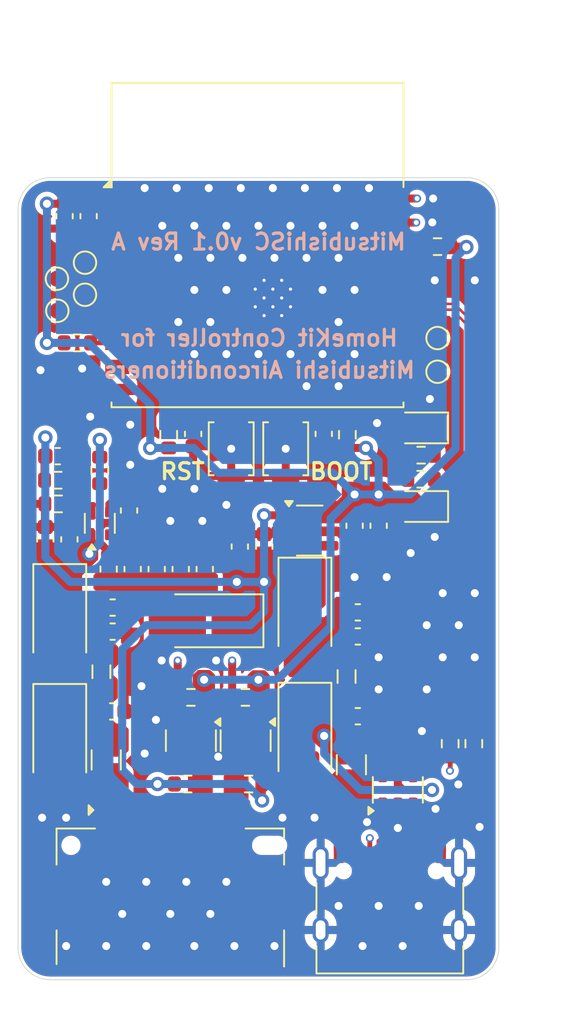
<source format=kicad_pcb>
(kicad_pcb (version 20241229) (generator "pcbnew") (generator_version "9.0")
  (title_block (title "${BOARD_NAME} v${BOARD_VERSION}") (date "${BUILD_TIMESTAMP}") (rev "${BOARD_REVISION}") (company "${BOARD_ENGINEER}") (comment 1 "${BUILD_COMMIT}"))
  (layers (0 "F.Cu" signal) (4 "In1.Cu" power) (6 "In2.Cu" signal) (8 "In3.Cu" power) (10 "In4.Cu" power) (2 "B.Cu" signal) (13 "F.Paste" user) (15 "B.Paste" user) (5 "F.SilkS" user "F.Silkscreen") (7 "B.SilkS" user "B.Silkscreen") (1 "F.Mask" user) (3 "B.Mask" user) (25 "Edge.Cuts" user))
  (property "BOARD_ENGINEER" "Loo Zheng Yuan")
  (property "BOARD_NAME" "MitsubishiSC")
  (property "BOARD_REVISION" "A")
  (property "BOARD_VERSION" "0.1")
  (property "BUILD_COMMIT" "")
  (property "BUILD_TIMESTAMP" "")
  (net 0 "")
  (net 1 "+12V")
  (net 2 "GND")
  (net 3 "/SMPS_BST")
  (net 4 "/SMPS_FB")
  (net 5 "+5V")
  (net 6 "+3.3V")
  (net 7 "/CN105_12V_FLT")
  (net 8 "/CN105_12V_D")
  (net 9 "/ESP32_BOOT")
  (net 10 "/ESP32_RESET")
  (net 11 "Net-(D3-K)")
  (net 12 "/ESP32_LED_STAT")
  (net 13 "Net-(D5-K)")
  (net 14 "/CN105_12V")
  (net 15 "/CN105_TX")
  (net 16 "/CN105_RX")
  (net 18 "/ESP32_UART1_RX")
  (net 19 "/ESP32_UART1_TX")
  (net 22 "/USB_CC1")
  (net 23 "/USB_CC2")
  (net 24 "/SMPS_EN")
  (net 25 "/ESP32_GPIO2")
  (net 26 "/ESP32_GPIO8")
  (net 27 "/ESP32_UART0_RX")
  (net 28 "/ESP32_UART0_TX")
  (net 29 "/ESP32_JTAG_TMS")
  (net 30 "/ESP32_JTAG_TDI")
  (net 31 "/ESP32_JTAG_TCK")
  (net 32 "/ESP32_JTAG_TDO")
  (net 33 "/ESP32_USB_D-")
  (net 34 "/ESP32_USB_D+")
  (net 35 "/USB_D-")
  (net 37 "/USB_D+")
  (net 39 "/SMPS_5V")
  (net 40 "/USB_5V_FLT")
  (net 41 "/SMPS_5V_D")
  (net 42 "/USB_5V_D")
  (net 43 "/USB_5V")
  (footprint "Diode_SMD:D_SMA" (layer "F.Cu") (at 156.8 107.225 180)
    (property "Reference" "D2" (hide yes))
    (property "Value" "SS14")
  )
  (footprint "Capacitor_SMD:C_0603_1608Metric" (layer "F.Cu") (at 150.9 106.4)
    (property "Reference" "C20" (hide yes))
    (property "Value" "10uF")
  )
  (footprint "Package_TO_SOT_SMD:SOT-23" (layer "F.Cu") (at 159.2 114.7 -90)
    (property "Reference" "Q2" (hide yes))
    (property "Value" "BSS138")
  )
  (footprint "Resistor_SMD:R_0603_1608Metric" (layer "F.Cu") (at 171.175 83.9 180)
    (property "Reference" "R7" (hide yes))
    (property "Value" "10kR")
  )
  (footprint "Resistor_SMD:R_0603_1608Metric" (layer "F.Cu") (at 155.785 112 180)
    (property "Reference" "R1" (hide yes))
    (property "Value" "10kR")
  )
  (footprint "TestPoint:TestPoint_Pad_D1.0mm" (layer "F.Cu") (at 147.45 87.9)
    (property "Reference" "TP6" (hide yes))
    (property "Value" "TestPoint")
  )
  (footprint "TestPoint:TestPoint_Pad_D1.0mm" (layer "F.Cu") (at 149.175 84.9)
    (property "Reference" "TP3" (hide yes))
    (property "Value" "TestPoint")
  )
  (footprint "Resistor_SMD:R_0603_1608Metric" (layer "F.Cu") (at 147.475 98.4625)
    (property "Reference" "R10" (hide yes))
    (property "Value" "220kR")
  )
  (footprint "Package_TO_SOT_SMD:SOT-23" (layer "F.Cu") (at 155.785 114.7 -90)
    (property "Reference" "Q1" (hide yes))
    (property "Value" "BSS138")
  )
  (footprint "Resistor_SMD:R_0603_1608Metric" (layer "F.Cu") (at 173.44 114.885 90)
    (property "Reference" "R14" (hide yes))
    (property "Value" "5.1kR")
  )
  (footprint "Capacitor_SMD:C_0603_1608Metric" (layer "F.Cu") (at 166.2 108.2)
    (property "Reference" "C14" (hide yes))
    (property "Value" "100nF")
  )
  (footprint "Inductor_SMD:L_0603_1608Metric" (layer "F.Cu") (at 150.65 104 -90)
    (property "Reference" "L1" (hide yes))
    (property "Value" "4.7uH")
  )
  (footprint "TestPoint:TestPoint_Pad_D1.0mm" (layer "F.Cu") (at 171.175 89.6 180)
    (property "Reference" "TP2" (hide yes))
    (property "Value" "TestPoint")
  )
  (footprint "Resistor_SMD:R_0603_1608Metric" (layer "F.Cu") (at 155.585 117.4)
    (property "Reference" "R2" (hide yes))
    (property "Value" "10kR")
  )
  (footprint "Capacitor_SMD:C_0603_1608Metric" (layer "F.Cu") (at 148.2 102.15 90)
    (property "Reference" "C3" (hide yes))
    (property "Value" "100nF")
  )
  (footprint "Capacitor_SMD:C_0603_1608Metric" (layer "F.Cu") (at 150.875 112.875)
    (property "Reference" "C13" (hide yes))
    (property "Value" "100nF")
  )
  (footprint "Resistor_SMD:R_0603_1608Metric" (layer "F.Cu") (at 148.7 89.9)
    (property "Reference" "R12" (hide yes))
    (property "Value" "10kR")
  )
  (footprint "_Custom:JST_PA_SM05B-PASS_1x05_P2.00mm_Horizontal" (layer "F.Cu") (at 154.5 124.725)
    (property "Reference" "J1" (hide yes))
    (property "Value" "CN105")
  )
  (footprint "Diode_SMD:D_SMA" (layer "F.Cu") (at 147.6 114.675 -90)
    (property "Reference" "D1" (hide yes))
    (property "Value" "SMAJ12A")
  )
  (footprint "Capacitor_SMD:C_0603_1608Metric" (layer "F.Cu") (at 149.4 82 -90)
    (property "Reference" "C12" (hide yes))
    (property "Value" "100nF")
  )
  (footprint "Capacitor_SMD:C_0603_1608Metric" (layer "F.Cu") (at 156.65 104 90)
    (property "Reference" "C22" (hide yes))
    (property "Value" "10uF")
  )
  (footprint "Resistor_SMD:R_0603_1608Metric" (layer "F.Cu") (at 165.55 95.625 90)
    (property "Reference" "R6" (hide yes))
    (property "Value" "10kR")
  )
  (footprint "Fuse:Fuse_1206_3216Metric" (layer "F.Cu") (at 150.5 115.9 90)
    (property "Reference" "F1" (hide yes))
    (property "Value" "300mA")
  )
  (footprint "TestPoint:TestPoint_Pad_D1.0mm" (layer "F.Cu") (at 149.175 86.9)
    (property "Reference" "TP5" (hide yes))
    (property "Value" "TestPoint")
  )
  (footprint "Package_TO_SOT_SMD:SOT-23-5" (layer "F.Cu") (at 163.2 101.6)
    (property "Reference" "U5" (hide yes))
    (property "Value" "TLV75733PDBV")
  )
  (footprint "Fiducial:Fiducial_1mm_Mask2mm" (layer "F.Cu") (at 173 111.5)
    (property "Reference" "FID2" (hide yes))
    (property "Value" "Fiducial")
  )
  (footprint "TestPoint:TestPoint_Pad_D1.0mm" (layer "F.Cu") (at 147.425 85.9)
    (property "Reference" "TP4" (hide yes))
    (property "Value" "TestPoint")
  )
  (footprint "Resistor_SMD:R_0603_1608Metric" (layer "F.Cu") (at 159.185 112 180)
    (property "Reference" "R4" (hide yes))
    (property "Value" "10kR")
  )
  (footprint "Capacitor_SMD:C_0603_1608Metric" (layer "F.Cu") (at 166.2 106.7)
    (property "Reference" "C21" (hide yes))
    (property "Value" "4.7uF")
  )
  (footprint "Capacitor_SMD:C_0603_1608Metric" (layer "F.Cu") (at 151.925 100.35 90)
    (property "Reference" "C2" (hide yes))
    (property "Value" "100nF")
  )
  (footprint "Resistor_SMD:R_0603_1608Metric" (layer "F.Cu") (at 159.385 117.4 180)
    (property "Reference" "R3" (hide yes))
    (property "Value" "10kR")
  )
  (footprint "Diode_SMD:D_SMA" (layer "F.Cu") (at 147.6 107.2 -90)
    (property "Reference" "D7" (hide yes))
    (property "Value" "SS14")
  )
  (footprint "Resistor_SMD:R_0603_1608Metric" (layer "F.Cu") (at 170.15 98.4 180)
    (property "Reference" "R9" (hide yes))
    (property "Value" "1kR")
  )
  (footprint "Inductor_SMD:L_0805_2012Metric" (layer "F.Cu") (at 165.5 110.7 90)
    (property "Reference" "FB1" (hide yes))
    (property "Value" "220R@100MHz")
  )
  (footprint "Capacitor_SMD:C_0603_1608Metric" (layer "F.Cu") (at 166.2 113.175)
    (property "Reference" "C4" (hide yes))
    (property "Value" "100nF")
  )
  (footprint "Capacitor_SMD:C_0603_1608Metric" (layer "F.Cu") (at 166 101.3 -90)
    (property "Reference" "C9" (hide yes))
    (property "Value" "100nF")
  )
  (footprint "Capacitor_SMD:C_0603_1608Metric" (layer "F.Cu") (at 155.15 104 90)
    (property "Reference" "C17" (hide yes))
    (property "Value" "10uF")
  )
  (footprint "Capacitor_SMD:C_0603_1608Metric" (layer "F.Cu") (at 153.65 104 90)
    (property "Reference" "C16" (hide yes))
    (property "Value" "10uF")
  )
  (footprint "TestPoint:TestPoint_Pad_D1.0mm" (layer "F.Cu") (at 171.175 91.7 180)
    (property "Reference" "TP1" (hide yes))
    (property "Value" "TestPoint")
  )
  (footprint "Capacitor_SMD:C_0603_1608Metric" (layer "F.Cu") (at 150.9 107.9)
    (property "Reference" "C15" (hide yes))
    (property "Value" "100nF")
  )
  (footprint "Resistor_SMD:R_0603_1608Metric" (layer "F.Cu") (at 170.15 96.9 180)
    (property "Reference" "R8" (hide yes))
    (property "Value" "10kR")
  )
  (footprint "Resistor_SMD:R_0603_1608Metric" (layer "F.Cu") (at 150.1 97.85 -90)
    (property "Reference" "R5" (hide yes))
    (property "Value" "100kR")
  )
  (footprint "Resistor_SMD:R_0603_1608Metric" (layer "F.Cu") (at 147.5 99.9375 180)
    (property "Reference" "R11" (hide yes))
    (property "Value" "30kR")
  )
  (footprint "Resistor_SMD:R_0603_1608Metric" (layer "F.Cu") (at 154.4 95.625 90)
    (property "Reference" "R13" (hide yes))
    (property "Value" "10kR")
  )
  (footprint "Capacitor_SMD:C_0603_1608Metric" (layer "F.Cu") (at 160.3625 102.6 90)
    (property "Reference" "C8" (hide yes))
    (property "Value" "100nF")
  )
  (footprint "Diode_SMD:D_SMA" (layer "F.Cu") (at 162.9 114.6 -90)
    (property "Reference" "D8" (hide yes))
    (property "Value" "SMAJ5.0A")
  )
  (footprint "Capacitor_SMD:C_0603_1608Metric" (layer "F.Cu") (at 152.15 104 90)
    (property "Reference" "C6" (hide yes))
    (property "Value" "100nF")
  )
  (footprint "Fiducial:Fiducial_1mm_Mask2mm" (layer "F.Cu") (at 172.85 81.7)
    (property "Reference" "FID3" (hide yes))
    (property "Value" "Fiducial")
  )
  (footprint "Connector_USB:USB_C_Receptacle_XKB_U262-16XN-4BVC11" (layer "F.Cu") (at 168.2 125.425)
    (property "Reference" "J2" (hide yes))
    (property "Value" "USB_C_Receptacle_USB2.0_16P")
  )
  (footprint "Capacitor_SMD:C_0603_1608Metric" (layer "F.Cu") (at 164.075 95.575 -90)
    (property "Reference" "C18" (hide yes))
    (property "Value" "100nF")
  )
  (footprint "Capacitor_SMD:C_0603_1608Metric" (layer "F.Cu") (at 147.475 96.9625)
    (property "Reference" "C5" (hide yes))
    (property "Value" "47pF")
  )
  (footprint "Capacitor_SMD:C_0603_1608Metric" (layer "F.Cu") (at 158.8375 102.6 90)
    (property "Reference" "C7" (hide yes))
    (property "Value" "4.7uF")
  )
  (footprint "Diode_SMD:D_SMA" (layer "F.Cu") (at 162.9 106.8 -90)
    (property "Reference" "D4" (hide yes))
    (property "Value" "SS14")
  )
  (footprint "Capacitor_SMD:C_0603_1608Metric" (layer "F.Cu") (at 146.7 102.15 90)
    (property "Reference" "C1" (hide yes))
    (property "Value" "10uF")
  )
  (footprint "Button_Switch_SMD:SW_SPST_B3U-1000P" (layer "F.Cu") (at 158.3 96.5 -90)
    (property "Reference" "SW4" (hide yes))
    (property "Value" "SPST")
  )
  (footprint "Package_TO_SOT_SMD:SOT-563" (layer "F.Cu") (at 150.1 101.15 90)
    (property "Reference" "U1" (hide yes))
    (property "Value" "TPS562203")
  )
  (footprint "Capacitor_SMD:C_0603_1608Metric" (layer "F.Cu") (at 167.5 101.3 -90)
    (property "Reference" "C10" (hide yes))
    (property "Value" "4.7uF")
  )
  (footprint "RF_Module:ESP32-C3-WROOM-02" (layer "F.Cu") (at 159.94 86.9)
    (property "Reference" "U3" (hide yes))
    (property "Value" "ESP32-C3-WROOM-02")
  )
  (footprint "Button_Switch_SMD:SW_SPST_B3U-1000P" (layer "F.Cu") (at 161.7 96.5 -90)
    (property "Reference" "SW3" (hide yes))
    (property "Value" "SPST")
  )
  (footprint "Capacitor_SMD:C_0603_1608Metric" (layer "F.Cu") (at 147.9 82 -90)
    (property "Reference" "C11" (hide yes))
    (property "Value" "4.7uF")
  )
  (footprint "Resistor_SMD:R_0603_1608Metric" (layer "F.Cu") (at 171.965 114.885 90)
    (property "Reference" "R15" (hide yes))
    (property "Value" "5.1kR")
  )
  (footprint "Capacitor_SMD:C_0603_1608Metric" (layer "F.Cu") (at 155.925 95.575 -90)
    (property "Reference" "C19" (hide yes))
    (property "Value" "100nF")
  )
  (footprint "Fiducial:Fiducial_1mm_Mask2mm" (layer "F.Cu") (at 147.7 93.5)
    (property "Reference" "FID1" (hide yes))
    (property "Value" "Fiducial")
  )
  (footprint "Inductor_SMD:L_0805_2012Metric" (layer "F.Cu") (at 150.2 110.4 90)
    (property "Reference" "FB2" (hide yes))
    (property "Value" "220R@100MHz")
  )
  (footprint "Fuse:Fuse_1206_3216Metric" (layer "F.Cu") (at 165.8 116.2 90)
    (property "Reference" "F2" (hide yes))
    (property "Value" "300mA")
  )
  (footprint "LED_SMD:LED_0805_2012Metric" (layer "F.Cu") (at 170.15 95.2 180)
    (property "Reference" "D5" (hide yes))
    (property "Value" "BLUE")
  )
  (footprint "LED_SMD:LED_0805_2012Metric" (layer "F.Cu") (at 170.15 100.1 180)
    (property "Reference" "D3" (hide yes))
    (property "Value" "RED")
  )
  (footprint "Package_TO_SOT_SMD:SOT-23-6" (layer "F.Cu") (at 168.7 117.7675 90)
    (property "Reference" "U4" (hide yes))
    (property "Value" "USBLC6-2SC6")
  )
  (gr_arc (start 175 127.6) (mid 174.414214 129.014214) (end 173 129.6) (stroke (width 0.05)) (layer "Edge.Cuts"))
  (gr_line (start 145 127.6) (end 145 81.6) (stroke (width 0.05)) (layer "Edge.Cuts"))
  (gr_arc (start 145 81.6) (mid 145.585786 80.185786) (end 147 79.6) (stroke (width 0.05)) (layer "Edge.Cuts"))
  (gr_line (start 147 79.6) (end 173 79.6) (stroke (width 0.05)) (layer "Edge.Cuts"))
  (gr_line (start 173 129.6) (end 147 129.6) (stroke (width 0.05)) (layer "Edge.Cuts"))
  (gr_line (start 175 81.6) (end 175 127.6) (stroke (width 0.05)) (layer "Edge.Cuts"))
  (gr_arc (start 173 79.6) (mid 174.414214 80.185786) (end 175 81.6) (stroke (width 0.05)) (layer "Edge.Cuts"))
  (gr_arc (start 147 129.6) (mid 145.585786 129.014214) (end 145 127.6) (stroke (width 0.05)) (layer "Edge.Cuts"))
  (gr_text "BOOT" (at 163.1 98.5 0) (layer "F.SilkS") (effects (font (size 1 1) (thickness 0.2) (bold yes)) (justify left bottom)))
  (gr_text "RST" (at 156.75 98.5 0) (layer "F.SilkS") (effects (font (size 1 1) (thickness 0.2) (bold yes)) (justify right bottom)))
  (gr_text "HomeKit Controller for" (at 160.05 89.6 0) (layer "B.SilkS") (effects (font (size 1 1) (thickness 0.2) (bold yes)) (justify mirror)))
  (gr_text "Mitsubishi Airconditioners" (at 160.05 91.6 0) (layer "B.SilkS") (effects (font (size 1 1) (thickness 0.2) (bold yes)) (justify mirror)))
  (gr_text "${BOARD_NAME} v${BOARD_VERSION} Rev ${BOARD_REVISION}" (at 160 83.6 0) (layer "B.SilkS") (effects (font (size 1 1) (thickness 0.2) (bold yes)) (justify mirror)))
  (segment (start 150.1 97.025) (end 150.1 95.95) (width 0.5) (layer "F.Cu") (net 1))
  (via (at 149.45 103.05) (size 0.9) (drill 0.5) (layers "F.Cu" "B.Cu") (net 1))
  (via (at 150.1 95.95) (size 0.9) (drill 0.5) (layers "F.Cu" "B.Cu") (net 1))
  (segment (start 150.1 102.4) (end 149.45 103.05) (width 0.5) (layer "B.Cu") (net 1))
  (segment (start 150.1 95.95) (end 150.1 102.4) (width 0.5) (layer "B.Cu") (net 1))
  (segment (start 168.7 118.905) (end 168.7 120.14) (width 0.5) (layer "F.Cu") (net 2))
  (segment (start 165.375 102.075) (end 164.9 101.6) (width 0.5) (layer "F.Cu") (net 2))
  (segment (start 164.9 101.6) (end 162.0625 101.6) (width 0.5) (layer "F.Cu") (net 2))
  (segment (start 166 102.075) (end 165.375 102.075) (width 0.5) (layer "F.Cu") (net 2))
  (via (at 154 99) (size 0.9) (drill 0.5) (layers "F.Cu" "B.Cu") (net 2))
  (via (at 152.9 115.5) (size 0.9) (drill 0.5) (layers "F.Cu" "B.Cu") (net 2))
  (via (at 154.9 80.25) (size 0.9) (drill 0.5) (layers "F.Cu" "B.Cu") (net 2))
  (via (at 155 88.6) (size 0.9) (drill 0.5) (layers "F.Cu" "B.Cu") (net 2))
  (via (at 165 125) (size 0.9) (drill 0.5) (layers "F.Cu" "B.Cu") (net 2))
  (via (at 161 127.5) (size 0.9) (drill 0.5) (layers "F.Cu" "B.Cu") (net 2))
  (via (at 167.5 125) (size 0.9) (drill 0.5) (layers "F.Cu" "B.Cu") (net 2))
  (via (at 167.4 94.9) (size 0.9) (drill 0.5) (layers "F.Cu" "B.Cu") (net 2))
  (via (at 162 90.6) (size 0.9) (drill 0.5) (layers "F.Cu" "B.Cu") (net 2))
  (via (at 161.5 119.5) (size 0.9) (drill 0.5) (layers "F.Cu" "B.Cu") (net 2))
  (via (at 149 91.5) (size 0.9) (drill 0.5) (layers "F.Cu" "B.Cu") (net 2))
  (via (at 173.5 109.5) (size 0.9) (drill 0.5) (layers "F.Cu" "B.Cu") (net 2))
  (via (at 153.96 109.7) (size 0.9) (drill 0.5) (layers "F.Cu" "B.Cu") (net 2))
  (via (at 150.5 127.5) (size 0.9) (drill 0.5) (layers "F.Cu" "B.Cu") (net 2))
  (via (at 153 127.5) (size 0.9) (drill 0.5) (layers "F.Cu" "B.Cu") (net 2))
  (via (at 166.9 80.25) (size 0.9) (drill 0.5) (layers "F.Cu" "B.Cu") (net 2))
  (via (at 160 82.6) (size 0.9) (drill 0.5) (layers "F.Cu" "B.Cu") (net 2))
  (via (at 170.9 80.9) (size 0.9) (drill 0.5) (layers "F.Cu" "B.Cu") (net 2))
  (via (at 170.5 111.5) (size 0.9) (drill 0.5) (layers "F.Cu" "B.Cu") (net 2))
  (via (at 166 90.6) (size 0.9) (drill 0.5) (layers "F.Cu" "B.Cu") (net 2))
  (via (at 157.36 109.7) (size 0.9) (drill 0.5) (layers "F.Cu" "B.Cu") (net 2))
  (via (at 166 82.6) (size 0.9) (drill 0.5) (layers "F.Cu" "B.Cu") (net 2))
  (via (at 146.4 91.6) (size 0.9) (drill 0.5) (layers "F.Cu" "B.Cu") (net 2))
  (via (at 162.9 80.25) (size 0.9) (drill 0.5) (layers "F.Cu" "B.Cu") (net 2))
  (via (at 166 86.6) (size 0.9) (drill 0.5) (layers "F.Cu" "B.Cu") (net 2))
  (via (at 152.7 111.3) (size 0.9) (drill 0.5) (layers "F.Cu" "B.Cu") (net 2))
  (via (at 158 90.6) (size 0.9) (drill 0.5) (layers "F.Cu" "B.Cu") (net 2))
  (via (at 166.5 127.5) (size 0.9) (drill 0.5) (layers "F.Cu" "B.Cu") (net 2))
  (via (at 162 82.6) (size 0.9) (drill 0.5) (layers "F.Cu" "B.Cu") (net 2))
  (via (at 169.5 103) (size 0.9) (drill 0.5) (layers "F.Cu" "B.Cu") (net 2))
  (via (at 156 90.6) (size 0.9) (drill 0.5) (layers "F.Cu" "B.Cu") (net 2))
  (via (at 156 127.5) (size 0.9) (drill 0.5) (layers "F.Cu" "B.Cu") (net 2))
  (via (at 158 82.6) (size 0.9) (drill 0.5) (layers "F.Cu" "B.Cu") (net 2))
  (via (at 156.9 80.25) (size 0.9) (drill 0.5) (layers "F.Cu" "B.Cu") (net 2))
  (via (at 173.5 86) (size 0.9) (drill 0.5) (layers "F.Cu" "B.Cu") (net 2))
  (via (at 165 84.6) (size 0.9) (drill 0.5) (layers "F.Cu" "B.Cu") (net 2))
  (via (at 157 88.6) (size 0.9) (drill 0.5) (layers "F.Cu" "B.Cu") (net 2))
  (via (at 157 84.6) (size 0.9) (drill 0.5) (layers "F.Cu" "B.Cu") (net 2))
  (via (at 171 102) (size 0.9) (drill 0.5) (layers "F.Cu" "B.Cu") (net 2))
  (via (at 155.5 123.5) (size 0.9) (drill 0.5) (layers "F.Cu" "B.Cu") (net 2))
  (via (at 153.6 113.4) (size 0.9) (drill 0.5) (layers "F.Cu" "B.Cu") (net 2))
  (via (at 156 86.6) (size 0.9) (drill 0.5) (layers "F.Cu" "B.Cu") (net 2))
  (via (at 158.9 80.25) (size 0.9) (drill 0.5) (layers "F.Cu" "B.Cu") (net 2))
  (via (at 164 86.6) (size 0.9) (drill 0.5) (layers "F.Cu" "B.Cu") (net 2))
  (via (at 165 88.6) (size 0.9) (drill 0.5) (layers "F.Cu" "B.Cu") (net 2))
  (via (at 160.9 80.25) (size 0.9) (drill 0.5) (layers "F.Cu" "B.Cu") (net 2))
  (via (at 167.5 111.5) (size 0.9) (drill 0.5) (layers "F.Cu" "B.Cu") (net 2))
  (via (at 171 86) (size 0.9) (drill 0.5) (layers "F.Cu" "B.Cu") (net 2))
  (via (at 158 100) (size 0.9) (drill 0.5) (layers "F.Cu" "B.Cu") (net 2))
  (via (at 148 119.5) (size 0.9) (drill 0.5) (layers "F.Cu" "B.Cu") (net 2))
  (via (at 166 104.5) (size 0.9) (drill 0.5) (layers "F.Cu" "B.Cu") (net 2))
  (via (at 157 125.5) (size 0.9) (drill 0.5) (layers "F.Cu" "B.Cu") (net 2))
  (via (at 154.5 101) (size 0.9) (drill 0.5) (layers "F.Cu" "B.Cu") (net 2))
  (via (at 155 84.6) (size 0.9) (drill 0.5) (layers "F.Cu" "B.Cu") (net 2))
  (via (at 161 84.6) (size 0.9) (drill 0.5) (layers "F.Cu" "B.Cu") (net 2))
  (via (at 164 82.6) (size 0.9) (drill 0.5) (layers "F.Cu" "B.Cu") (net 2))
  (via (at 164.9 80.25) (size 0.9) (drill 0.5) (layers "F.Cu" "B.Cu") (net 2))
  (via (at 154 82.6) (size 0.9) (drill 0.5) (layers "F.Cu" "B.Cu") (net 2))
  (via (at 156.5 101) (size 0.9) (drill 0.5) (layers "F.Cu" "B.Cu") (net 2))
  (via (at 163 84.6) (size 0.9) (drill 0.5) (layers "F.Cu" "B.Cu") (net 2))
  (via (at 167.5 109.5) (size 0.9) (drill 0.5) (layers "F.Cu" "B.Cu") (net 2))
  (via (at 164 90.6) (size 0.9) (drill 0.5) (layers "F.Cu" "B.Cu") (net 2))
  (via (at 170.2 114.1) (size 0.9) (drill 0.5) (layers "F.Cu" "B.Cu") (net 2))
  (via (at 156 82.6) (size 0.9) (drill 0.5) (layers "F.Cu" "B.Cu") (net 2))
  (via (at 151.5 125.5) (size 0.9) (drill 0.5) (layers "F.Cu" "B.Cu") (net 2))
  (via (at 170.5 107.5) (size 0.9) (drill 0.5) (layers "F.Cu" "B.Cu") (net 2))
  (via (at 161.7 96.5) (size 0.9) (drill 0.5) (layers "F.Cu" "B.Cu") (net 2))
  (via (at 171.05 118.95) (size 0.9) (drill 0.5) (layers "F.Cu" "B.Cu") (net 2))
  (via (at 165 92.6) (size 0.9) (drill 0.5) (layers "F.Cu" "B.Cu") (net 2))
  (via (at 166.775 119.775) (size 0.9) (drill 0.5) (layers "F.Cu" "B.Cu") (net 2))
  (via (at 158 86.6) (size 0.9) (drill 0.5) (layers "F.Cu" "B.Cu") (net 2))
  (via (at 148 127.5) (size 0.9) (drill 0.5) (layers "F.Cu" "B.Cu") (net 2))
  (via (at 154.5 125.5) (size 0.9) (drill 0.5) (layers "F.Cu" "B.Cu") (net 2))
  (via (at 150.5 123.5) (size 0.9) (drill 0.5) (layers "F.Cu" "B.Cu") (net 2))
  (via (at 149.5 94.5) (size 0.9) (drill 0.5) (layers "F.Cu" "B.Cu") (net 2))
  (via (at 168.7 120.14) (size 0.9) (drill 0.5) (layers "F.Cu" "B.Cu") (net 2))
  (via (at 152.9 80.25) (size 0.9) (drill 0.5) (layers "F.Cu" "B.Cu") (net 2))
  (via (at 170 125) (size 0.9) (drill 0.5) (layers "F.Cu" "B.Cu") (net 2))
  (via (at 158 123.5) (size 0.9) (drill 0.5) (layers "F.Cu" "B.Cu") (net 2))
  (via (at 171.5 105.5) (size 0.9) (drill 0.5) (layers "F.Cu" "B.Cu") (net 2))
  (via (at 158.3 96.5) (size 0.9) (drill 0.5) (layers "F.Cu" "B.Cu") (net 2))
  (via (at 153 123.5) (size 0.9) (drill 0.5) (layers "F.Cu" "B.Cu") (net 2))
  (via (at 173.5 105.5) (size 0.9) (drill 0.5) (layers "F.Cu" "B.Cu") (net 2))
  (via (at 146.5 119.5) (size 0.9) (drill 0.5) (layers "F.Cu" "B.Cu") (net 2))
  (via (at 156 99) (size 0.9) (drill 0.5) (layers "F.Cu" "B.Cu") (net 2))
  (via (at 158.5 127.5) (size 0.9) (drill 0.5) (layers "F.Cu" "B.Cu") (net 2))
  (via (at 172.5 107.5) (size 0.9) (drill 0.5) (layers "F.Cu" "B.Cu") (net 2))
  (via (at 157.49 115.7) (size 0.9) (drill 0.5) (layers "F.Cu" "B.Cu") (net 2))
  (via (at 160 90.6) (size 0.9) (drill 0.5) (layers "F.Cu" "B.Cu") (net 2))
  (via (at 152 97.5) (size 0.9) (drill 0.5) (layers "F.Cu" "B.Cu") (net 2))
  (via (at 169 127.5) (size 0.9) (drill 0.5) (layers "F.Cu" "B.Cu") (net 2))
  (via (at 170.7 93.4) (size 0.9) (drill 0.5) (layers "F.Cu" "B.Cu") (net 2))
  (via (at 172.475 117.425) (size 0.9) (drill 0.5) (layers "F.Cu" "B.Cu") (net 2))
  (via (at 170.85 82.39) (size 0.9) (drill 0.5) (layers "F.Cu" "B.Cu") (net 2))
  (via (at 159 84.6) (size 0.9) (drill 0.5) (layers "F.Cu" "B.Cu") (net 2))
  (via (at 152 95) (size 0.9) (drill 0.5) (layers "F.Cu" "B.Cu") (net 2))
  (via (at 163 92.6) (size 0.9) (drill 0.5) (layers "F.Cu" "B.Cu") (net 2))
  (via (at 163.5 119.5) (size 0.9) (drill 0.5) (layers "F.Cu" "B.Cu") (net 2))
  (via (at 171.5 109.5) (size 0.9) (drill 0.5) (layers "F.Cu" "B.Cu") (net 2))
  (via (at 173.8 120.075) (size 0.9) (drill 0.5) (layers "F.Cu" "B.Cu") (net 2))
  (via (at 168 104.5) (size 0.9) (drill 0.5) (layers "F.Cu" "B.Cu") (net 2))
  (segment (start 150.6 99.925) (end 150.95 99.575) (width 0.3) (layer "F.Cu") (net 3))
  (segment (start 150.6 100.4) (end 150.6 99.925) (width 0.3) (layer "F.Cu") (net 3))
  (segment (start 150.95 99.575) (end 151.925 99.575) (width 0.3) (layer "F.Cu") (net 3))
  (segment (start 160.21 117.4) (end 160.21 118.41) (width 0.5) (layer "F.Cu") (net 5))
  (segment (start 154.76 117.4) (end 153.7 117.4) (width 0.5) (layer "F.Cu") (net 5))
  (segment (start 146.65 98.4625) (end 146.65 97.0125) (width 0.5) (layer "F.Cu") (net 5))
  (segment (start 162.0625 100.65) (end 160.35 100.65) (width 0.5) (layer "F.Cu") (net 5))
  (segment (start 146.65 97.0125) (end 146.7 96.9625) (width 0.5) (layer "F.Cu") (net 5))
  (segment (start 146.7 95.8) (end 146.7 96.9625) (width 0.5) (layer "F.Cu") (net 5))
  (segment (start 160.21 118.41) (end 160.225 118.425) (width 0.5) (layer "F.Cu") (net 5))
  (via (at 153.7 117.4) (size 0.9) (drill 0.5) (layers "F.Cu" "B.Cu") (net 5))
  (via (at 160.35 104.8) (size 0.9) (drill 0.5) (layers "F.Cu" "B.Cu") (net 5))
  (via (at 158.65 104.8) (size 0.9) (drill 0.5) (layers "F.Cu" "B.Cu") (net 5))
  (via (at 160.35 100.65) (size 0.9) (drill 0.5) (layers "F.Cu" "B.Cu") (net 5))
  (via (at 160.225 118.425) (size 0.9) (drill 0.5) (layers "F.Cu" "B.Cu") (net 5))
  (via (at 146.7 95.8) (size 0.9) (drill 0.5) (layers "F.Cu" "B.Cu") (net 5))
  (segment (start 158.65 104.8) (end 160.35 104.8) (width 0.5) (layer "B.Cu") (net 5))
  (segment (start 159.2 117.4) (end 160.225 118.425) (width 0.5) (layer "B.Cu") (net 5))
  (segment (start 146.7 103.25) (end 148.25 104.8) (width 0.5) (layer "B.Cu") (net 5))
  (segment (start 153 107.5) (end 159.5 107.5) (width 0.5) (layer "B.Cu") (net 5))
  (segment (start 148.25 104.8) (end 158.65 104.8) (width 0.5) (layer "B.Cu") (net 5))
  (segment (start 151.5 109) (end 153 107.5) (width 0.5) (layer "B.Cu") (net 5))
  (segment (start 153.7 117.4) (end 159.2 117.4) (width 0.5) (layer "B.Cu") (net 5))
  (segment (start 153.7 117.4) (end 152.4 117.4) (width 0.5) (layer "B.Cu") (net 5))
  (segment (start 151.5 116.5) (end 151.5 109) (width 0.5) (layer "B.Cu") (net 5))
  (segment (start 160.35 100.65) (end 160.35 104.8) (width 0.5) (layer "B.Cu") (net 5))
  (segment (start 146.7 95.8) (end 146.7 103.25) (width 0.5) (layer "B.Cu") (net 5))
  (segment (start 160.35 106.65) (end 160.35 104.8) (width 0.5) (layer "B.Cu") (net 5))
  (segment (start 152.4 117.4) (end 151.5 116.5) (width 0.5) (layer "B.Cu") (net 5))
  (segment (start 159.5 107.5) (end 160.35 106.65) (width 0.5) (layer "B.Cu") (net 5))
  (segment (start 147.9 81.225) (end 149.4 81.225) (width 0.5) (layer "F.Cu") (net 6))
  (segment (start 150 81.225) (end 150.325 80.9) (width 0.5) (layer "F.Cu") (net 6))
  (segment (start 172 83.9) (end 172.95 83.9) (width 0.5) (layer "F.Cu") (net 6))
  (segment (start 154.4 96.45) (end 153.25 96.45) (width 0.5) (layer "F.Cu") (net 6))
  (segment (start 147.9 81.225) (end 146.8 81.225) (width 0.5) (layer "F.Cu") (net 6))
  (segment (start 150.325 80.9) (end 151.19 80.9) (width 0.5) (layer "F.Cu") (net 6))
  (segment (start 147.875 89.9) (end 146.8 89.9) (width 0.5) (layer "F.Cu") (net 6))
  (segment (start 149.4 81.225) (end 150 81.225) (width 0.5) (layer "F.Cu") (net 6))
  (segment (start 172.95 83.9) (end 172.975 83.925) (width 0.5) (layer "F.Cu") (net 6))
  (segment (start 165.55 96.45) (end 166.7 96.45) (width 0.5) (layer "F.Cu") (net 6))
  (via (at 153.25 96.45) (size 0.9) (drill 0.5) (layers "F.Cu" "B.Cu") (net 6))
  (via (at 172.975 83.925) (size 0.9) (drill 0.5) (layers "F.Cu" "B.Cu") (net 6))
  (via (at 146.8 89.9) (size 0.9) (drill 0.5) (layers "F.Cu" "B.Cu") (net 6))
  (via (at 160 110.9) (size 0.9) (drill 0.5) (layers "F.Cu" "B.Cu") (net 6))
  (via (at 166.7 96.45) (size 0.9) (drill 0.5) (layers "F.Cu" "B.Cu") (net 6))
  (via (at 146.8 81.225) (size 0.9) (drill 0.5) (layers "F.Cu" "B.Cu") (net 6))
  (via (at 156.61 110.9) (size 0.9) (drill 0.5) (layers "F.Cu" "B.Cu") (net 6))
  (via (at 167.5 99.35) (size 0.9) (drill 0.5) (layers "F.Cu" "B.Cu") (net 6))
  (via (at 166 99.35) (size 0.9) (drill 0.5) (layers "F.Cu" "B.Cu") (net 6))
  (segment (start 164.5 100.85) (end 166 99.35) (width 0.5) (layer "B.Cu") (net 6))
  (segment (start 149.4 89.9) (end 153.25 93.75) (width 0.5) (layer "B.Cu") (net 6))
  (segment (start 164.5 107.58) (end 164.5 100.85) (width 0.5) (layer "B.Cu") (net 6))
  (segment (start 172.3 84.6) (end 172.3 96.5) (width 0.5) (layer "B.Cu") (net 6))
  (segment (start 172.3 96.5) (end 169.45 99.35) (width 0.5) (layer "B.Cu") (net 6))
  (segment (start 153.25 93.75) (end 153.25 96.45) (width 0.5) (layer "B.Cu") (net 6))
  (segment (start 166 99.35) (end 167.5 99.35) (width 0.5) (layer "B.Cu") (net 6))
  (segment (start 146.8 89.9) (end 149.4 89.9) (width 0.5) (layer "B.Cu") (net 6))
  (segment (start 169.45 99.35) (end 167.5 99.35) (width 0.5) (layer "B.Cu") (net 6))
  (segment (start 172.975 83.925) (end 172.3 84.6) (width 0.5) (layer "B.Cu") (net 6))
  (segment (start 167.5 97.25) (end 167.5 99.35) (width 0.5) (layer "B.Cu") (net 6))
  (segment (start 146.8 81.225) (end 146.8 89.9) (width 0.5) (layer "B.Cu") (net 6))
  (segment (start 155.95 96.45) (end 157.5 98) (width 0.5) (layer "B.Cu") (net 6))
  (segment (start 160 110.9) (end 156.61 110.9) (width 0.5) (layer "B.Cu") (net 6))
  (segment (start 153.25 96.45) (end 155.95 96.45) (width 0.5) (layer "B.Cu") (net 6))
  (segment (start 161.18 110.9) (end 164.5 107.58) (width 0.5) (layer "B.Cu") (net 6))
  (segment (start 166.7 96.45) (end 167.5 97.25) (width 0.5) (layer "B.Cu") (net 6))
  (segment (start 157.5 98) (end 164.65 98) (width 0.5) (layer "B.Cu") (net 6))
  (segment (start 160 110.9) (end 161.18 110.9) (width 0.5) (layer "B.Cu") (net 6))
  (segment (start 164.65 98) (end 166 99.35) (width 0.5) (layer "B.Cu") (net 6))
  (segment (start 152.3875 82.4) (end 153.575 83.5875) (width 0.3) (layer "F.Cu") (net 9))
  (segment (start 153.575 90.275) (end 155.8 92.5) (width 0.3) (layer "F.Cu") (net 9))
  (segment (start 155.8 92.5) (end 160.8 92.5) (width 0.3) (layer "F.Cu") (net 9))
  (segment (start 153.575 83.5875) (end 153.575 90.275) (width 0.3) (layer "F.Cu") (net 9))
  (segment (start 161.7 94.8) (end 164.075 94.8) (width 0.3) (layer "F.Cu") (net 9))
  (segment (start 164.075 94.8) (end 165.55 94.8) (width 0.3) (layer "F.Cu") (net 9))
  (segment (start 161.7 93.4) (end 161.7 94.8) (width 0.3) (layer "F.Cu") (net 9))
  (segment (start 160.8 92.5) (end 161.7 93.4) (width 0.3) (layer "F.Cu") (net 9))
  (segment (start 151.19 82.4) (end 152.3875 82.4) (width 0.3) (layer "F.Cu") (net 9))
  (segment (start 152.675 91.4) (end 154.4 93.125) (width 0.3) (layer "F.Cu") (net 10))
  (segment (start 154.4 94.8) (end 155.925 94.8) (width 0.3) (layer "F.Cu") (net 10))
  (segment (start 158.3 94.8) (end 155.925 94.8) (width 0.3) (layer "F.Cu") (net 10))
  (segment (start 154.4 93.125) (end 154.4 94.8) (width 0.3) (layer "F.Cu") (net 10))
  (segment (start 151.19 91.4) (end 152.675 91.4) (width 0.3) (layer "F.Cu") (net 10))
  (segment (start 170.975 98.4) (end 170.975 99.9875) (width 0.3) (layer "F.Cu") (net 11))
  (segment (start 170.975 99.9875) (end 171.0875 100.1) (width 0.3) (layer "F.Cu") (net 11))
  (segment (start 168.69 92.9) (end 168.69 93.64) (width 0.3) (layer "F.Cu") (net 12))
  (segment (start 169.2125 94.1625) (end 169.2125 95.2) (width 0.3) (layer "F.Cu") (net 12))
  (segment (start 168.69 93.64) (end 169.2125 94.1625) (width 0.3) (layer "F.Cu") (net 12))
  (segment (start 170.975 95.3125) (end 171.0875 95.2) (width 0.3) (layer "F.Cu") (net 13))
  (segment (start 170.975 96.9) (end 170.975 95.3125) (width 0.3) (layer "F.Cu") (net 13))
  (segment (start 154.96 109.7) (end 154.96 112) (width 0.5) (layer "F.Cu") (net 18))
  (segment (start 154.96 112.69) (end 154.96 112) (width 0.5) (layer "F.Cu") (net 18))
  (segment (start 154.835 112.815) (end 154.96 112.69) (width 0.5) (layer "F.Cu") (net 18))
  (segment (start 154.835 113.7625) (end 154.835 112.815) (width 0.5) (layer "F.Cu") (net 18))
  (segment (start 168.69 80.9) (end 169.9 80.9) (width 0.5) (layer "F.Cu") (net 18))
  (via (at 154.96 109.7) (size 0.5) (drill 0.3) (layers "F.Cu" "B.Cu") (net 18))
  (via (at 169.9 80.9) (size 0.5) (drill 0.3) (layers "F.Cu" "B.Cu") (net 18))
  (segment (start 168.69 82.4) (end 169.85 82.4) (width 0.5) (layer "F.Cu") (net 19))
  (segment (start 158.36 112.715) (end 158.36 112) (width 0.5) (layer "F.Cu") (net 19))
  (segment (start 158.25 113.7625) (end 158.25 112.825) (width 0.5) (layer "F.Cu") (net 19))
  (segment (start 158.36 109.7) (end 158.36 112) (width 0.5) (layer "F.Cu") (net 19))
  (segment (start 158.25 112.825) (end 158.36 112.715) (width 0.5) (layer "F.Cu") (net 19))
  (via (at 158.36 109.7) (size 0.5) (drill 0.3) (layers "F.Cu" "B.Cu") (net 19))
  (via (at 169.85 82.4) (size 0.5) (drill 0.3) (layers "F.Cu" "B.Cu") (net 19))
  (segment (start 171.965 115.71) (end 171.965 116.56) (width 0.3) (layer "F.Cu") (net 22))
  (segment (start 166.95 120.775) (end 166.95 121.755) (width 0.3) (layer "F.Cu") (net 22))
  (segment (start 171.965 116.56) (end 171.95 116.575) (width 0.3) (layer "F.Cu") (net 22))
  (via (at 166.95 120.775) (size 0.5) (drill 0.3) (layers "F.Cu" "B.Cu") (net 22))
  (via (at 171.95 116.575) (size 0.5) (drill 0.3) (layers "F.Cu" "B.Cu") (net 22))
  (segment (start 169.95 120.9) (end 170.9 119.95) (width 0.3) (layer "F.Cu") (net 23))
  (segment (start 170.9 119.95) (end 171.9 119.95) (width 0.3) (layer "F.Cu") (net 23))
  (segment (start 173.44 118.41) (end 173.44 115.71) (width 0.3) (layer "F.Cu") (net 23))
  (segment (start 169.95 121.755) (end 169.95 120.9) (width 0.3) (layer "F.Cu") (net 23))
  (segment (start 171.9 119.95) (end 173.44 118.41) (width 0.3) (layer "F.Cu") (net 23))
  (segment (start 150.1 100.4) (end 150.1 98.675) (width 0.3) (layer "F.Cu") (net 24))
  (segment (start 168.69 83.9) (end 170.35 83.9) (width 0.3) (layer "F.Cu") (net 25))
  (segment (start 149.525 89.9) (end 151.19 89.9) (width 0.3) (layer "F.Cu") (net 26))
  (segment (start 168.69 91.4) (end 170.875 91.4) (width 0.5) (layer "F.Cu") (net 27))
  (segment (start 170.875 91.4) (end 171.175 91.7) (width 0.5) (layer "F.Cu") (net 27))
  (segment (start 170.875 89.9) (end 171.175 89.6) (width 0.5) (layer "F.Cu") (net 28))
  (segment (start 168.69 89.9) (end 170.875 89.9) (width 0.5) (layer "F.Cu") (net 28))
  (segment (start 150.175 83.9) (end 149.175 84.9) (width 0.3) (layer "F.Cu") (net 29))
  (segment (start 151.19 83.9) (end 150.175 83.9) (width 0.3) (layer "F.Cu") (net 29))
  (segment (start 151.19 85.4) (end 150.225 85.4) (width 0.3) (layer "F.Cu") (net 30))
  (segment (start 150.225 85.4) (end 149.725 85.9) (width 0.3) (layer "F.Cu") (net 30))
  (segment (start 149.725 85.9) (end 147.425 85.9) (width 0.3) (layer "F.Cu") (net 30))
  (segment (start 151.19 86.9) (end 149.175 86.9) (width 0.3) (layer "F.Cu") (net 31))
  (segment (start 151.19 88.4) (end 147.95 88.4) (width 0.3) (layer "F.Cu") (net 32))
  (segment (start 147.95 88.4) (end 147.45 87.9) (width 0.3) (layer "F.Cu") (net 32))
  (segment (start 167.75 115.636249) (end 168.5193 114.866949) (width 0.1582) (layer "F.Cu") (net 33))
  (segment (start 168.5193 114.866949) (end 168.5193 106.17515) (width 0.1582) (layer "F.Cu") (net 33))
  (segment (start 167.75 116.63) (end 167.75 115.636249) (width 0.1582) (layer "F.Cu") (net 33))
  (segment (start 169.815001 88.4) (end 168.69 88.4) (width 0.1582) (layer "F.Cu") (net 33))
  (segment (start 173.1943 101.50015) (end 173.1943 88.94985) (width 0.1582) (layer "F.Cu") (net 33))
  (segment (start 170.384301 87.8307) (end 169.815001 88.4) (width 0.1582) (layer "F.Cu") (net 33))
  (segment (start 172.07515 87.8307) (end 170.384301 87.8307) (width 0.1582) (layer "F.Cu") (net 33))
  (segment (start 173.1943 88.94985) (end 172.07515 87.8307) (width 0.1582) (layer "F.Cu") (net 33))
  (segment (start 168.5193 106.17515) (end 173.1943 101.50015) (width 0.1582) (layer "F.Cu") (net 33))
  (segment (start 169.65 115.636249) (end 168.8807 114.866949) (width 0.1582) (layer "F.Cu") (net 34))
  (segment (start 169.815001 86.9) (end 168.69 86.9) (width 0.1582) (layer "F.Cu") (net 34))
  (segment (start 169.65 116.63) (end 169.65 115.636249) (width 0.1582) (layer "F.Cu") (net 34))
  (segment (start 172.22485 87.4693) (end 170.384301 87.4693) (width 0.1582) (layer "F.Cu") (net 34))
  (segment (start 173.5557 88.80015) (end 172.22485 87.4693) (width 0.1582) (layer "F.Cu") (net 34))
  (segment (start 173.5557 101.64985) (end 173.5557 88.80015) (width 0.1582) (layer "F.Cu") (net 34))
  (segment (start 168.8807 106.32485) (end 173.5557 101.64985) (width 0.1582) (layer "F.Cu") (net 34))
  (segment (start 170.384301 87.4693) (end 169.815001 86.9) (width 0.1582) (layer "F.Cu") (net 34))
  (segment (start 168.8807 114.866949) (end 168.8807 106.32485) (width 0.1582) (layer "F.Cu") (net 34))
  (segment (start 167.45 120.94) (end 167.65 120.74) (width 0.1582) (layer "F.Cu") (net 35))
  (segment (start 168.45 120.94) (end 168.45 121.755) (width 0.1582) (layer "F.Cu") (net 35))
  (segment (start 168.45 120.779682) (end 167.75 120.079682) (width 0.1582) (layer "F.Cu") (net 35))
  (segment (start 168.45 121.755) (end 168.45 120.779682) (width 0.1582) (layer "F.Cu") (net 35))
  (segment (start 167.75 120.079682) (end 167.75 118.905) (width 0.1582) (layer "F.Cu") (net 35))
  (segment (start 167.45 121.755) (end 167.45 120.94) (width 0.1582) (layer "F.Cu") (net 35))
  (segment (start 167.65 120.74) (end 168.25 120.74) (width 0.1582) (layer "F.Cu") (net 35))
  (segment (start 168.25 120.74) (end 168.45 120.94) (width 0.1582) (layer "F.Cu") (net 35))
  (segment (start 167.95 122.59) (end 168.1 122.74) (width 0.1582) (layer "F.Cu") (net 37))
  (segment (start 169.65 120.079682) (end 169.65 118.905) (width 0.1582) (layer "F.Cu") (net 37))
  (segment (start 168.95 121.755) (end 168.95 120.779682) (width 0.1582) (layer "F.Cu") (net 37))
  (segment (start 168.95 122.59) (end 168.95 121.755) (width 0.1582) (layer "F.Cu") (net 37))
  (segment (start 168.1 122.74) (end 168.8 122.74) (width 0.1582) (layer "F.Cu") (net 37))
  (segment (start 168.95 120.779682) (end 169.65 120.079682) (width 0.1582) (layer "F.Cu") (net 37))
  (segment (start 168.8 122.74) (end 168.95 122.59) (width 0.1582) (layer "F.Cu") (net 37))
  (segment (start 167.95 121.755) (end 167.95 122.59) (width 0.1582) (layer "F.Cu") (net 37))
  (segment (start 150.1 101.9) (end 150.1 102.3) (width 0.3) (layer "F.Cu") (net 39))
  (segment (start 150.65 102.917538) (end 150.166231 102.433769) (width 0.5) (layer "F.Cu") (net 39))
  (segment (start 150.375 101.125) (end 150.1 101.4) (width 0.5) (layer "F.Cu") (net 39))
  (segment (start 150.65 103.2125) (end 150.65 102.917538) (width 0.5) (layer "F.Cu") (net 39))
  (segment (start 150.1 102.3) (end 150.2 102.4) (width 0.3) (layer "F.Cu") (net 39))
  (segment (start 150.1 101.9) (end 150.1 101.4) (width 0.3) (layer "F.Cu") (net 39))
  (segment (start 151.925 101.125) (end 150.375 101.125) (width 0.5) (layer "F.Cu") (net 39))
  (segment (start 169.01 117.77) (end 170.83 117.77) (width 0.5) (layer "F.Cu") (net 40))
  (segment (start 168.7 117.46) (end 168.97 117.73) (width 0.5) (layer "F.Cu") (net 40))
  (segment (start 168.7 116.63) (end 168.7 117.46) (width 0.5) (layer "F.Cu") (net 40))
  (segment (start 168.97 117.73) (end 169.01 117.77) (width 0.5) (layer "F.Cu") (net 40))
  (via (at 170.83 117.77) (size 0.9) (drill 0.5) (layers "F.Cu" "B.Cu") (net 40))
  (via (at 164.1 114.4) (size 0.9) (drill 0.5) (layers "F.Cu" "B.Cu") (net 40))
  (segment (start 166.36 117.77) (end 170.83 117.77) (width 0.5) (layer "B.Cu") (net 40))
  (segment (start 164.1 115.51) (end 166.36 117.77) (width 0.5) (layer "B.Cu") (net 40))
  (segment (start 164.1 114.4) (end 164.1 115.51) (width 0.5) (layer "B.Cu") (net 40))
  (zone (net 42) (net_name "/USB_5V_D") (layer "F.Cu") (priority 6) (connect_pads yes (clearance 0.3)) (min_thickness 0.15) (fill yes (thermal_gap 0.5) (thermal_bridge_width 0.5))
    (polygon (pts (xy 161.575 107.35) (xy 161.95 107) (xy 164.1 107) (xy 164.55 106.6) (xy 164.55 106.05) (xy 164.85 105.725) (xy 165.9 105.725) (xy 166.2 106.05) (xy 166.2 108.825) (xy 166.575 109.2) (xy 166.575 110.055) (xy 166.13 110.5) (xy 164.814288 110.5) (xy 164.557144 110.74) (xy 161.978329 110.74) (xy 161.575 110.361877)))
  )
  (zone (net 5) (net_name "+5V") (layer "F.Cu") (priority 3) (connect_pads yes (clearance 0.3)) (min_thickness 0.15) (fill yes (thermal_gap 0.5) (thermal_bridge_width 0.5))
    (polygon (pts (xy 163 102.1) (xy 161.25 102.1) (xy 160.8 102.6) (xy 157.95 102.6) (xy 157.75 102.775) (xy 157.75 105.753949) (xy 157.075 106.393422) (xy 157.075 108.575) (xy 157.375 108.925) (xy 160.65 108.925) (xy 161.1 108.45) (xy 161.1 107.1) (xy 161.65 106.55) (xy 163.85 106.55) (xy 164.2 106.25) (xy 164.2 103.4) (xy 163.9 103.1) (xy 163.4 103.1) (xy 163.175 102.9) (xy 163.175 102.3)))
  )
  (zone (net 7) (net_name "/CN105_12V_FLT") (layer "F.Cu") (priority 4) (connect_pads yes (clearance 0.3)) (min_thickness 0.15) (fill yes (thermal_gap 0.5) (thermal_bridge_width 0.5))
    (polygon (pts (xy 146.675 111.05) (xy 148.95 111.05) (xy 149.4 110.6) (xy 150.925 110.6) (xy 151.225 110.875) (xy 151.225 112.05) (xy 150.875 112.35) (xy 150.875 113.4) (xy 151.125 113.625) (xy 151.525 113.625) (xy 151.9 113.96591) (xy 151.9 115.325) (xy 151.525 115.7) (xy 149.43 115.7) (xy 149.15 115.35) (xy 149.15 114.995454) (xy 148.857693 114.65) (xy 146.55 114.65) (xy 146.275 114.325) (xy 146.275 111.5)))
  )
  (zone (net 16) (net_name "/CN105_RX") (layer "F.Cu") (priority 11) (connect_pads yes (clearance 0.15)) (min_thickness 0.15) (fill yes (thermal_gap 0.5) (thermal_bridge_width 0.5))
    (polygon (pts (xy 159.53 114.7) (xy 158.87 114.7) (xy 158.68 114.89) (xy 158.68 116.39) (xy 158.42 116.65) (xy 158.07 116.65) (xy 157.83 116.89) (xy 157.83 118.32) (xy 157.57 118.58) (xy 157.57 121.34) (xy 157.96 121.73) (xy 158.99 121.73) (xy 159.38 121.34) (xy 159.38 116.89) (xy 159.73 116.54) (xy 159.73 114.9)))
  )
  (zone (net 43) (net_name "/USB_5V") (layer "F.Cu") (priority 8) (connect_pads yes (clearance 0.1)) (min_thickness 0.25) (fill yes (thermal_gap 0.5) (thermal_bridge_width 0.5))
    (polygon (pts (xy 170.3 120.99) (xy 170.9 120.99) (xy 171 121.09) (xy 171 122.19) (xy 170.6 122.59) (xy 170.6 123.99) (xy 170.4 124.19) (xy 166 124.19) (xy 165.8 123.99) (xy 165.8 122.59) (xy 165.4 122.19) (xy 165.4 120.29) (xy 164.5 119.39) (xy 164.5 116.89) (xy 164.9 116.49) (xy 166.7 116.49) (xy 167.1 116.89) (xy 167.1 118.49) (xy 166.2 119.39) (xy 166.2 122.59) (xy 166.7 123.09) (xy 169.7 123.09) (xy 170.2 122.59) (xy 170.2 121.09)))
  )
  (zone (net 14) (net_name "/CN105_12V") (layer "F.Cu") (priority 9) (connect_pads yes (clearance 0.15)) (min_thickness 0.25) (fill yes (thermal_gap 0.5) (thermal_bridge_width 0.5))
    (polygon (pts (xy 149.6 116.1) (xy 151.4 116.1) (xy 151.9 116.6) (xy 151.9 118.1) (xy 151.5 118.5) (xy 151.5 121.5) (xy 151 122) (xy 150 122) (xy 149.5 121.5) (xy 149.5 118.5) (xy 149.1 118.1) (xy 149.1 116.6)))
  )
  (zone (net 6) (net_name "+3.3V") (layer "F.Cu") (priority 5) (connect_pads yes (clearance 0.15)) (min_thickness 0.25) (fill yes (thermal_gap 0.5) (thermal_bridge_width 0.5))
    (polygon (pts (xy 163.2 100.85) (xy 163.5 101.15) (xy 169.8 101.15) (xy 170.15 100.8) (xy 170.15 99.45) (xy 169.8 99.1) (xy 168.45 99.1) (xy 168.2 98.85) (xy 167.9 98.55) (xy 165.45 98.55) (xy 165.2 98.8) (xy 165.2 99.45) (xy 164.9 99.75) (xy 163.5 99.75) (xy 163.2 100.05)))
  )
  (zone (net 8) (net_name "/CN105_12V_D") (layer "F.Cu") (priority 10) (connect_pads yes (clearance 0.15)) (min_thickness 0.25) (fill yes (thermal_gap 0.5) (thermal_bridge_width 0.5))
    (polygon (pts (xy 150.7 105.65) (xy 150.9 105.85) (xy 150.9 108.5) (xy 151.25 108.85) (xy 151.25 109.95) (xy 150.95 110.25) (xy 149.25 110.25) (xy 148.75 110.75) (xy 146.65 110.75) (xy 146.25 110.35) (xy 146.25 107.85) (xy 146.65 107.45) (xy 148.85 107.45) (xy 149.35 106.95) (xy 149.35 105.85) (xy 149.55 105.65)))
  )
  (zone (net 40) (net_name "/USB_5V_FLT") (layer "F.Cu") (priority 4) (connect_pads yes (clearance 0.3)) (min_thickness 0.15) (fill yes (thermal_gap 0.5) (thermal_bridge_width 0.5))
    (polygon (pts (xy 161.975 111.05) (xy 164.576442 111.05) (xy 164.833585 110.81) (xy 166.241666 110.81) (xy 166.525 111.119091) (xy 166.525 112.25) (xy 166.175 112.55) (xy 166.175 113.6) (xy 166.425 113.875) (xy 166.825 113.875) (xy 167.1 114.175) (xy 167.1 115.925) (xy 166.825 116.2) (xy 164.434 116.2) (xy 164.12 115.8075) (xy 164.12 115.368789) (xy 163.408976 114.77) (xy 162.060454 114.77) (xy 161.575 114.325) (xy 161.575 111.475)))
  )
  (zone (net 4) (net_name "/SMPS_FB") (layer "F.Cu") (priority 1) (connect_pads yes (clearance 0)) (min_thickness 0.25) (fill yes (thermal_gap 0.5) (thermal_bridge_width 0.5))
    (polygon (pts (xy 147.85 96.275) (xy 148.925 96.275) (xy 149.125 96.475) (xy 149.125 99.625) (xy 149.325 99.825) (xy 149.825 99.825) (xy 149.925 99.925) (xy 149.925 100.825) (xy 149.8 100.925) (xy 149.1 100.925) (xy 148.85 100.65) (xy 147.825 100.65) (xy 147.65 100.475) (xy 147.65 96.5)))
  )
  (zone (net 6) (net_name "+3.3V") (layer "F.Cu") (priority 12) (connect_pads yes (clearance 0.15)) (min_thickness 0.15) (fill yes (thermal_gap 0.5) (thermal_bridge_width 0.5))
    (polygon (pts (xy 159.61 110.31) (xy 160.41 110.31) (xy 160.7 110.6) (xy 160.7 112.73) (xy 160.8 112.83) (xy 160.8 114.51) (xy 160.54 114.77) (xy 159.8 114.77) (xy 159.55 114.52) (xy 159.55 112.76) (xy 159.31 112.52) (xy 159.31 110.61)))
  )
  (zone (net 41) (net_name "/SMPS_5V_D") (layer "F.Cu") (priority 7) (connect_pads yes (clearance 0.3)) (min_thickness 0.15) (fill yes (thermal_gap 0.5) (thermal_bridge_width 0.5))
    (polygon (pts (xy 152.5 104.1) (xy 152.675 104) (xy 157.1 104) (xy 157.475 104.375) (xy 157.475 105.55) (xy 156.725 106.225) (xy 156.725 108.425) (xy 156.225 108.925) (xy 153.625 108.925) (xy 153.15 108.477942) (xy 153.15 106.083333) (xy 152.675 105.45) (xy 149.941858 105.45) (xy 149.7 105.220594) (xy 149.7 104.39166) (xy 149.979985 104.1)))
  )
  (zone (net 1) (net_name "+12V") (layer "F.Cu") (priority 2) (connect_pads yes (clearance 0.1)) (min_thickness 0.15) (fill yes (thermal_gap 0.5) (thermal_bridge_width 0.5))
    (polygon (pts (xy 149.75 101.45) (xy 149.27 101.45) (xy 149.15 101.583334) (xy 149.15 101.97) (xy 148.95 102.15) (xy 146.25 102.15) (xy 146 102.4) (xy 146 106.4) (xy 146.65 107.05) (xy 148.65 107.05) (xy 149 106.7) (xy 149 104.4) (xy 150 103.4) (xy 150 102.7) (xy 149.85 102.5) (xy 149.85 101.6)))
  )
  (zone (net 15) (net_name "/CN105_TX") (layer "F.Cu") (priority 11) (connect_pads yes (clearance 0.15)) (min_thickness 0.15) (fill yes (thermal_gap 0.5) (thermal_bridge_width 0.5))
    (polygon (pts (xy 155.45 114.7) (xy 156.11 114.7) (xy 156.3 114.89) (xy 156.3 116.39) (xy 156.56 116.65) (xy 156.91 116.65) (xy 157.15 116.89) (xy 157.15 118.32) (xy 157.41 118.58) (xy 157.41 121.34) (xy 157.02 121.73) (xy 155.99 121.73) (xy 155.6 121.34) (xy 155.6 116.89) (xy 155.25 116.54) (xy 155.25 114.9)))
  )
  (zone (net 6) (net_name "+3.3V") (layer "F.Cu") (priority 12) (connect_pads yes (clearance 0.15)) (min_thickness 0.15) (fill yes (thermal_gap 0.5) (thermal_bridge_width 0.5))
    (polygon (pts (xy 156.22 110.29) (xy 156.99 110.29) (xy 157.29 110.59) (xy 157.29 112.73) (xy 157.39 112.83) (xy 157.39 114.51) (xy 157.13 114.77) (xy 156.39 114.77) (xy 156.14 114.52) (xy 156.14 112.76) (xy 155.9 112.52) (xy 155.9 110.61)))
  )
  (zone (net 2) (net_name "GND") (layers "F.Cu" "B.Cu" "In1.Cu" "In2.Cu" "In3.Cu" "In4.Cu") (connect_pads (clearance 0.3)) (min_thickness 0.15) (fill yes (thermal_gap 0.5) (thermal_bridge_width 0.5))
    (polygon (pts (xy 145 79.6) (xy 175 79.6) (xy 175 129.6) (xy 145 129.6)))
  )
)
</source>
